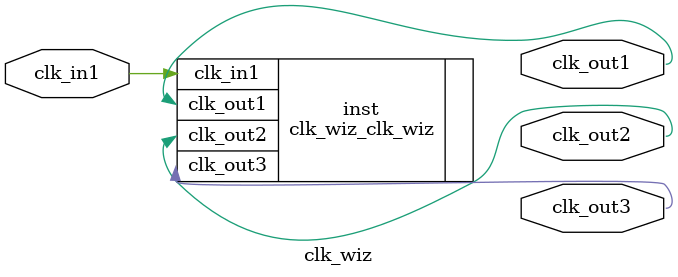
<source format=v>


`timescale 1ps/1ps

(* CORE_GENERATION_INFO = "clk_wiz,clk_wiz_v5_4_1_0,{component_name=clk_wiz,use_phase_alignment=true,use_min_o_jitter=false,use_max_i_jitter=false,use_dyn_phase_shift=false,use_inclk_switchover=false,use_dyn_reconfig=false,enable_axi=0,feedback_source=FDBK_AUTO,PRIMITIVE=PLL,num_out_clk=3,clkin1_period=10.000,clkin2_period=10.000,use_power_down=false,use_reset=false,use_locked=false,use_inclk_stopped=false,feedback_type=SINGLE,CLOCK_MGR_TYPE=NA,manual_override=false}" *)

module clk_wiz 
 (
  // Clock out ports
  output        clk_out1,
  output        clk_out2,
  output        clk_out3,
 // Clock in ports
  input         clk_in1
 );

  clk_wiz_clk_wiz inst
  (
  // Clock out ports  
  .clk_out1(clk_out1),
  .clk_out2(clk_out2),
  .clk_out3(clk_out3),
 // Clock in ports
  .clk_in1(clk_in1)
  );

endmodule

</source>
